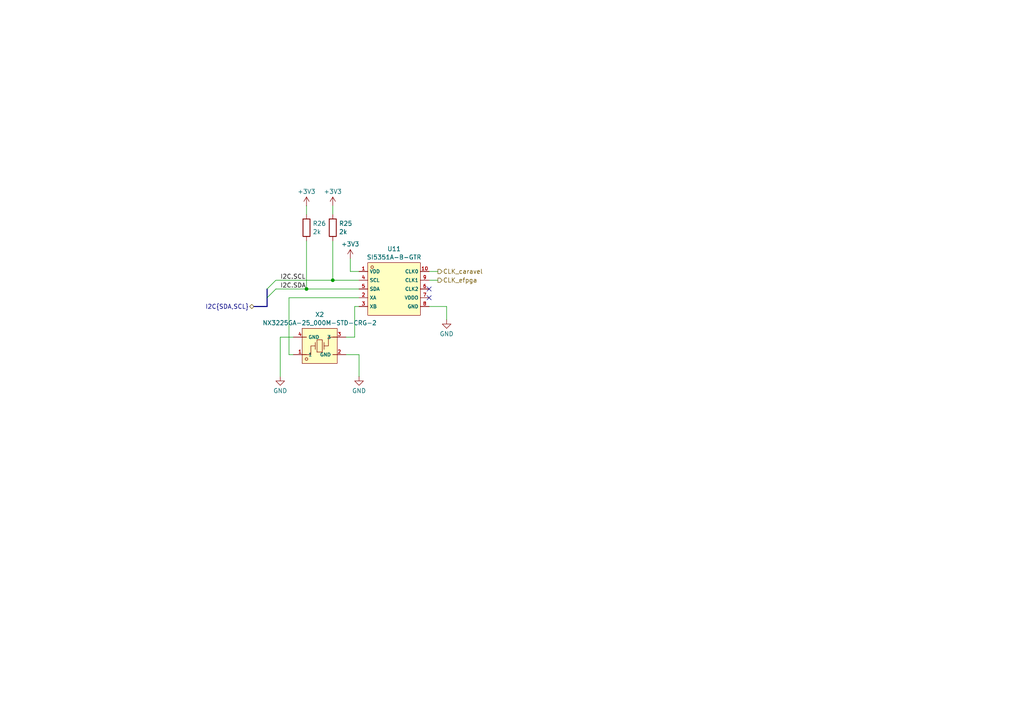
<source format=kicad_sch>
(kicad_sch (version 20231120) (generator "eeschema") (generator_version "8.0")
  (paper "A4")
  (title_block (date "2024-05-30") (rev "0.1"))
  (lib_symbols
    (symbol "Device:R" (pin_numbers hide) (pin_names (offset 0))
      (property "Reference" "R" (at 2.032 0 90))
      (property "Value" "R" (at 0 0 90))
      (symbol "R_0_1"
        (rectangle (start -1.016 -2.54) (end 1.016 2.54) (stroke (width 0.254)))
      )
      (symbol "R_1_1"
        (pin passive line (at 0 3.81 270) (length 1.27) (name "~") (number "1"))
        (pin passive line (at 0 -3.81 90) (length 1.27) (name "~") (number "2"))
      )
    )
    (symbol "easy_eda:NX3225GA-25_000M-STD-CRG-2"
      (property "Reference" "X" (at 0 1.27 0))
      (property "Value" "NX3225GA-25_000M-STD-CRG-2" (at 0 -2.54 0))
      (symbol "NX3225GA-25_000M-STD-CRG-2_0_1"
        (rectangle (start -5.08 5.08) (end 5.08 -5.08) (fill (type background)))
        (circle (center -3.81 -3.81) (radius 0.381) (fill (type background)))
        (polyline (pts (xy -1.27 -1.016) (xy -1.27 1.016)))
        (polyline (pts (xy 0.762 -1.778) (xy -0.762 -1.778)))
        (polyline (pts (xy 1.27 -1.016) (xy 1.27 1.016)))
        (polyline (pts (xy -5.08 -2.54) (xy -2.54 -2.54) (xy -2.54 0) (xy -1.27 0)))
        (polyline (pts (xy -0.762 -1.778) (xy -0.762 1.778) (xy 0.762 1.778) (xy 0.762 -1.778)))
        (polyline (pts (xy 5.08 2.54) (xy 2.54 2.54) (xy 2.54 0) (xy 1.27 0)))
        (pin input line (at -7.62 -2.54 0) (length 3.81) (name "1") (number "1"))
        (pin input line (at 7.62 2.54 180) (length 3.81) (name "3") (number "3"))
      )
      (symbol "NX3225GA-25_000M-STD-CRG-2_1_1"
        (pin power_in line (at 7.62 -2.54 180) (length 3.81) (name "GND") (number "2"))
        (pin power_in line (at -7.62 2.54 0) (length 3.81) (name "GND") (number "4"))
      )
    )
    (symbol "easy_eda:SI5351A-B-GTR"
      (property "Reference" "U" (at 0 1.27 0))
      (property "Value" "SI5351A-B-GTR" (at 0 -2.54 0))
      (symbol "SI5351A-B-GTR_0_1"
        (rectangle (start -7.62 7.62) (end 7.62 -7.62) (fill (type background)))
        (circle (center -6.35 6.35) (radius 0.381) (fill (type background)))
      )
      (symbol "SI5351A-B-GTR_1_1"
        (pin power_in line (at -10.16 5.08 0) (length 2.54) (name "VDD") (number "1"))
        (pin output line (at 10.16 5.08 180) (length 2.54) (name "CLK0") (number "10"))
        (pin bidirectional line (at -10.16 -2.54 0) (length 2.54) (name "XA") (number "2"))
        (pin bidirectional line (at -10.16 -5.08 0) (length 2.54) (name "XB") (number "3"))
        (pin input line (at -10.16 2.54 0) (length 2.54) (name "SCL") (number "4"))
        (pin bidirectional line (at -10.16 0 0) (length 2.54) (name "SDA") (number "5"))
        (pin output line (at 10.16 0 180) (length 2.54) (name "CLK2") (number "6"))
        (pin power_out line (at 10.16 -2.54 180) (length 2.54) (name "VDDO") (number "7"))
        (pin power_in line (at 10.16 -5.08 180) (length 2.54) (name "GND") (number "8"))
        (pin output line (at 10.16 2.54 180) (length 2.54) (name "CLK1") (number "9"))
      )
    )
    (symbol "power:+3V3" (power) (pin_numbers hide) (pin_names (offset 0) hide)
      (property "Value" "+3V3" (at 0 3.556 0))
      (symbol "+3V3_0_1"
        (polyline (pts (xy -0.762 1.27) (xy 0 2.54)))
        (polyline (pts (xy 0 0) (xy 0 2.54)))
        (polyline (pts (xy 0 2.54) (xy 0.762 1.27)))
      )
      (symbol "+3V3_1_1"
        (pin power_in line (at 0 0 90) (length 0) (name "~") (number "1"))
      )
    )
    (symbol "power:GND" (power) (pin_numbers hide) (pin_names (offset 0) hide)
      (property "Value" "GND" (at 0 -3.81 0))
      (symbol "GND_0_1"
        (polyline (pts (xy 0 0) (xy 0 -1.27) (xy 1.27 -1.27) (xy 0 -2.54) (xy -1.27 -1.27) (xy 0 -1.27)))
      )
      (symbol "GND_1_1"
        (pin power_in line (at 0 0 270) (length 0) (name "~") (number "1"))
      )
    )
  )
  (bus_alias "I2C" (members "SDA" "SCL"))
  (junction (at 96.52 81.28))
  (junction (at 88.9 83.82))
  (no_connect (at 124.46 83.82))
  (no_connect (at 124.46 86.36))
  (bus_entry (at 80.01 81.28) (size -2.54 2.54))
  (bus_entry (at 80.01 83.82) (size -2.54 2.54))
  (wire (pts (xy 80.01 83.82) (xy 88.9 83.82)))
  (bus (pts (xy 77.47 83.82) (xy 77.47 86.36)))
  (wire (pts (xy 104.14 78.74) (xy 101.6 78.74)))
  (wire (pts (xy 100.33 102.87) (xy 104.14 102.87)))
  (wire (pts (xy 124.46 88.9) (xy 129.54 88.9)))
  (wire (pts (xy 104.14 102.87) (xy 104.14 109.22)))
  (wire (pts (xy 102.87 88.9) (xy 104.14 88.9)))
  (wire (pts (xy 80.01 81.28) (xy 96.52 81.28)))
  (bus (pts (xy 73.66 88.9) (xy 77.47 88.9)))
  (wire (pts (xy 124.46 78.74) (xy 127 78.74)))
  (wire (pts (xy 88.9 83.82) (xy 88.9 69.85)))
  (wire (pts (xy 100.33 97.79) (xy 102.87 97.79)))
  (wire (pts (xy 96.52 81.28) (xy 104.14 81.28)))
  (wire (pts (xy 96.52 59.69) (xy 96.52 62.23)))
  (wire (pts (xy 88.9 59.69) (xy 88.9 62.23)))
  (wire (pts (xy 85.09 97.79) (xy 81.28 97.79)))
  (wire (pts (xy 96.52 81.28) (xy 96.52 69.85)))
  (wire (pts (xy 101.6 74.93) (xy 101.6 78.74)))
  (wire (pts (xy 129.54 88.9) (xy 129.54 92.71)))
  (bus (pts (xy 77.47 86.36) (xy 77.47 88.9)))
  (wire (pts (xy 81.28 97.79) (xy 81.28 109.22)))
  (wire (pts (xy 127 81.28) (xy 124.46 81.28)))
  (wire (pts (xy 85.09 102.87) (xy 83.82 102.87)))
  (wire (pts (xy 83.82 86.36) (xy 83.82 102.87)))
  (wire (pts (xy 102.87 97.79) (xy 102.87 88.9)))
  (wire (pts (xy 104.14 86.36) (xy 83.82 86.36)))
  (wire (pts (xy 88.9 83.82) (xy 104.14 83.82)))
  (label "I2C.SCL" (at 81.28 81.28 0))
  (label "I2C.SDA" (at 81.28 83.82 0))
  (hierarchical_label "I2C{SDA,SCL}" (shape bidirectional) (at 73.66 88.9 180))
  (hierarchical_label "CLK_efpga" (shape output) (at 127 81.28 0))
  (hierarchical_label "CLK_caravel" (shape output) (at 127 78.74 0))
  (symbol (lib_id "power:GND") (at 104.14 109.22 0) (unit 1)
    (property "Reference" "#PWR071" (effects (hide yes)))
    (property "Value" "GND" (at 104.14 113.3531 0))
    (property "Description" "Power symbol creates a global label with name \"GND\" , ground" (effects (hide yes)))
  )
  (symbol (lib_id "power:+3V3") (at 88.9 59.69 0) (unit 1)
    (property "Reference" "#PWR064" (effects (hide yes)))
    (property "Value" "+3V3" (at 88.9 55.5569 0))
    (property "Description" "Power symbol creates a global label with name \"+3V3\"" (effects (hide yes)))
  )
  (symbol (lib_id "Device:R") (at 88.9 66.04 0) (unit 1)
    (property "Reference" "R26" (at 90.678 64.8278 0) (effects (justify left)))
    (property "Value" "2k" (at 90.678 67.2521 0) (effects (justify left)))
    (property "Footprint" "Resistor_SMD:R_0805_2012Metric" (effects (hide yes)))
    (property "Description" "Resistor" (effects (hide yes)))
  )
  (symbol (lib_id "Device:R") (at 96.52 66.04 0) (unit 1)
    (property "Reference" "R25" (at 98.298 64.8278 0) (effects (justify left)))
    (property "Value" "2k" (at 98.298 67.2521 0) (effects (justify left)))
    (property "Footprint" "Resistor_SMD:R_0805_2012Metric" (effects (hide yes)))
    (property "Description" "Resistor" (effects (hide yes)))
  )
  (symbol (lib_id "power:GND") (at 81.28 109.22 0) (unit 1)
    (property "Reference" "#PWR072" (effects (hide yes)))
    (property "Value" "GND" (at 81.28 113.3531 0))
    (property "Description" "Power symbol creates a global label with name \"GND\" , ground" (effects (hide yes)))
  )
  (symbol (lib_id "easy_eda:NX3225GA-25_000M-STD-CRG-2") (at 92.71 100.33 0) (unit 1)
    (property "Reference" "X2" (at 92.71 91.2325 0))
    (property "Value" "NX3225GA-25_000M-STD-CRG-2" (at 92.71 93.6568 0))
    (property "Footprint" "../../GitHubProjects/FABulous_board/kicad_files/external_libs/easy_eda:CRYSTAL-SMD_4P-L3.2-W2.5-BL" (effects (hide yes)))
    (property "Datasheet" "https://item.szlcsc.com/15866.html" (effects (hide yes)))
    (property "LCSC" "C1985619" (effects (hide yes)))
  )
  (symbol (lib_id "power:GND") (at 129.54 92.71 0) (unit 1)
    (property "Reference" "#PWR070" (effects (hide yes)))
    (property "Value" "GND" (at 129.54 96.8431 0))
    (property "Description" "Power symbol creates a global label with name \"GND\" , ground" (effects (hide yes)))
  )
  (symbol (lib_id "easy_eda:SI5351A-B-GTR") (at 114.3 83.82 0) (unit 1)
    (property "Reference" "U11" (at 114.3 72.1825 0))
    (property "Value" "SI5351A-B-GTR" (at 114.3 74.6068 0))
    (property "Footprint" "../../GitHubProjects/FABulous_board/kicad_files/external_libs/easy_eda:MSOP-10_L3.0-W3.0-P0.50-LS5.0-BL" (effects (hide yes)))
    (property "Datasheet" "https://item.szlcsc.com/221388.html" (effects (hide yes)))
    (property "LCSC" "C504891" (effects (hide yes)))
  )
  (symbol (lib_id "power:+3V3") (at 101.6 74.93 0) (unit 1)
    (property "Reference" "#PWR069" (effects (hide yes)))
    (property "Value" "+3V3" (at 101.6 70.7969 0))
    (property "Description" "Power symbol creates a global label with name \"+3V3\"" (effects (hide yes)))
  )
  (symbol (lib_id "power:+3V3") (at 96.52 59.69 0) (unit 1)
    (property "Reference" "#PWR068" (effects (hide yes)))
    (property "Value" "+3V3" (at 96.52 55.5569 0))
    (property "Description" "Power symbol creates a global label with name \"+3V3\"" (effects (hide yes)))
  )
)
</source>
